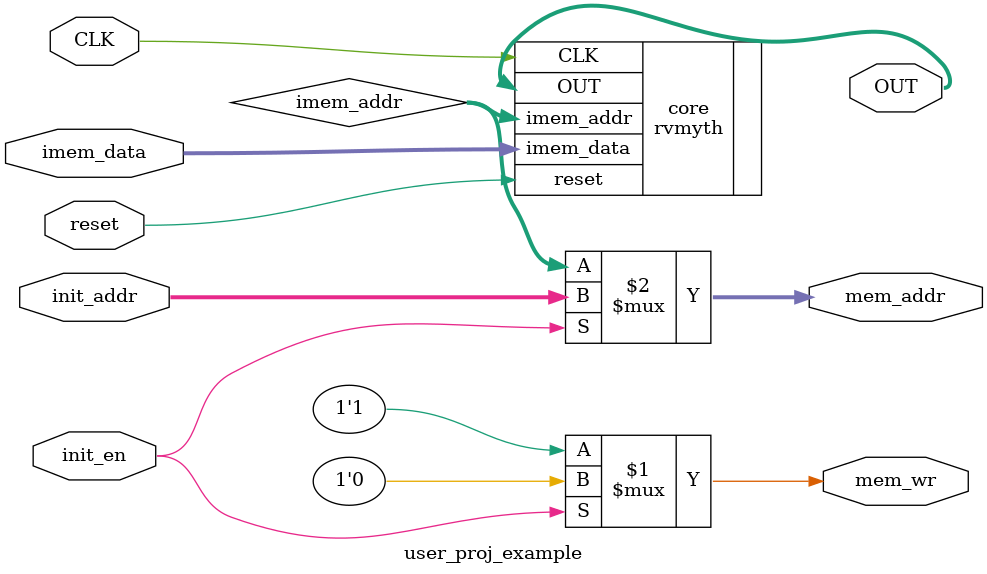
<source format=v>

`default_nettype none

module user_proj_example (
`ifdef USE_POWER_PINS
    inout vccd1,	// User area 1 1.8V supply
    inout vssd1,	// User area 1 digital ground
`endif
    output [9:0] OUT,
    input CLK,
    input reset,

    output mem_wr,
    output [7:0] mem_addr,
    input init_en,
    input [7:0] init_addr,
    input [31:0] imem_data
);

    wire [7:0]  imem_addr;

    assign mem_wr   = init_en ? 1'b0 : 1'b1;
    assign mem_addr = init_en ? init_addr : imem_addr;

    rvmyth core (
        .OUT(OUT),
        .CLK(CLK),
        .reset(reset),

        .imem_addr(imem_addr),
        .imem_data(imem_data)
    );

endmodule

`default_nettype wire
</source>
